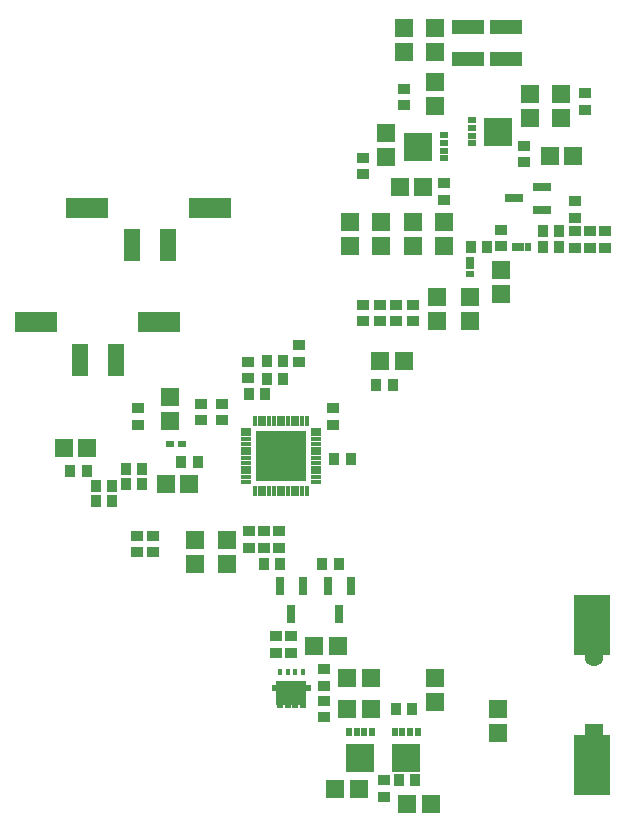
<source format=gts>
G04*
G04 #@! TF.GenerationSoftware,Altium Limited,Altium Designer,21.5.1 (32)*
G04*
G04 Layer_Color=8388736*
%FSLAX25Y25*%
%MOIN*%
G70*
G04*
G04 #@! TF.SameCoordinates,2E9B8284-547C-4E19-95EE-4D62FF0F2C7F*
G04*
G04*
G04 #@! TF.FilePolarity,Negative*
G04*
G01*
G75*
%ADD16R,0.01778X0.02368*%
%ADD17R,0.01896X0.02093*%
%ADD18R,0.10046X0.08195*%
%ADD19R,0.01975X0.01581*%
%ADD20R,0.16935X0.16935*%
G04:AMPARAMS|DCode=21|XSize=35.89mil|YSize=12.66mil|CornerRadius=3.08mil|HoleSize=0mil|Usage=FLASHONLY|Rotation=0.000|XOffset=0mil|YOffset=0mil|HoleType=Round|Shape=RoundedRectangle|*
%AMROUNDEDRECTD21*
21,1,0.03589,0.00650,0,0,0.0*
21,1,0.02972,0.01266,0,0,0.0*
1,1,0.00617,0.01486,-0.00325*
1,1,0.00617,-0.01486,-0.00325*
1,1,0.00617,-0.01486,0.00325*
1,1,0.00617,0.01486,0.00325*
%
%ADD21ROUNDEDRECTD21*%
G04:AMPARAMS|DCode=22|XSize=35.89mil|YSize=12.66mil|CornerRadius=3.08mil|HoleSize=0mil|Usage=FLASHONLY|Rotation=90.000|XOffset=0mil|YOffset=0mil|HoleType=Round|Shape=RoundedRectangle|*
%AMROUNDEDRECTD22*
21,1,0.03589,0.00650,0,0,90.0*
21,1,0.02972,0.01266,0,0,90.0*
1,1,0.00617,0.00325,0.01486*
1,1,0.00617,0.00325,-0.01486*
1,1,0.00617,-0.00325,-0.01486*
1,1,0.00617,-0.00325,0.01486*
%
%ADD22ROUNDEDRECTD22*%
%ADD23R,0.02054X0.03156*%
%ADD24R,0.09731X0.09258*%
%ADD25R,0.03156X0.02054*%
%ADD26R,0.09258X0.09731*%
%ADD27R,0.13983X0.07093*%
%ADD28R,0.05518X0.10636*%
%ADD29R,0.01916X0.03117*%
%ADD30R,0.04475X0.03117*%
%ADD31R,0.03117X0.01916*%
%ADD32R,0.03117X0.04475*%
%ADD33R,0.10636X0.04731*%
%ADD34R,0.03550X0.03943*%
%ADD35R,0.05912X0.06306*%
%ADD36R,0.03943X0.03550*%
%ADD37R,0.02762X0.02368*%
%ADD38R,0.06306X0.05912*%
%ADD39R,0.12211X0.20085*%
%ADD40R,0.02762X0.06109*%
%ADD41R,0.06109X0.02762*%
%ADD42R,0.06306X0.06306*%
%ADD43C,0.06306*%
D16*
X405780Y232929D02*
D03*
X403221D02*
D03*
X408339D02*
D03*
X400661D02*
D03*
D17*
X410071Y227417D02*
D03*
X398929D02*
D03*
D18*
X404500Y226000D02*
D03*
D19*
X405780Y221512D02*
D03*
X408339D02*
D03*
X403221D02*
D03*
X400661D02*
D03*
D20*
X401000Y305000D02*
D03*
D21*
X412614Y313661D02*
D03*
Y312087D02*
D03*
Y310512D02*
D03*
Y308937D02*
D03*
Y307362D02*
D03*
Y305787D02*
D03*
Y304213D02*
D03*
Y302638D02*
D03*
Y301063D02*
D03*
Y299488D02*
D03*
Y297913D02*
D03*
Y296339D02*
D03*
X389386D02*
D03*
Y297913D02*
D03*
Y299488D02*
D03*
Y301063D02*
D03*
Y302638D02*
D03*
Y304213D02*
D03*
Y305787D02*
D03*
Y307362D02*
D03*
Y308937D02*
D03*
Y310512D02*
D03*
Y312087D02*
D03*
Y313661D02*
D03*
D22*
X392339Y316614D02*
D03*
X393913D02*
D03*
X395488D02*
D03*
X397063D02*
D03*
X398638D02*
D03*
X400213D02*
D03*
X401787D02*
D03*
X403362D02*
D03*
X404937D02*
D03*
X406512D02*
D03*
X408087D02*
D03*
X409661D02*
D03*
Y293386D02*
D03*
X408087D02*
D03*
X406512D02*
D03*
X404937D02*
D03*
X403362D02*
D03*
X401787D02*
D03*
X400213D02*
D03*
X398638D02*
D03*
X397063D02*
D03*
X395488D02*
D03*
X393913D02*
D03*
X392339D02*
D03*
D23*
X446559Y213000D02*
D03*
X444000Y213000D02*
D03*
X441441D02*
D03*
X438882D02*
D03*
X431339Y212906D02*
D03*
X428780Y212906D02*
D03*
X426221D02*
D03*
X423661D02*
D03*
D24*
X442720Y204240D02*
D03*
X427500Y204146D02*
D03*
D25*
X464595Y416839D02*
D03*
X464594Y414280D02*
D03*
Y411721D02*
D03*
Y409161D02*
D03*
X455406Y404161D02*
D03*
X455406Y406720D02*
D03*
Y409279D02*
D03*
Y411839D02*
D03*
D26*
X473354Y413000D02*
D03*
X446646Y408000D02*
D03*
D27*
X336529Y387701D02*
D03*
X377514D02*
D03*
X319327Y349598D02*
D03*
X360311D02*
D03*
D28*
X351391Y375103D02*
D03*
X363203D02*
D03*
X334189Y337000D02*
D03*
X346000D02*
D03*
D29*
X483500Y374500D02*
D03*
D30*
X479910D02*
D03*
D31*
X464000Y365500D02*
D03*
D32*
Y369091D02*
D03*
D33*
X463500Y437185D02*
D03*
Y447815D02*
D03*
X476000Y437185D02*
D03*
Y447815D02*
D03*
D34*
X344756Y290000D02*
D03*
X339244D02*
D03*
X432744Y328500D02*
D03*
X438256D02*
D03*
X418744Y304000D02*
D03*
X424256D02*
D03*
X373256Y303000D02*
D03*
X367744D02*
D03*
X400756Y269000D02*
D03*
X395244D02*
D03*
X439244Y220500D02*
D03*
X444756D02*
D03*
X414744Y269000D02*
D03*
X420256D02*
D03*
X445756Y197000D02*
D03*
X440244D02*
D03*
X469756Y374500D02*
D03*
X464244D02*
D03*
X488244D02*
D03*
X493756D02*
D03*
X401756Y336500D02*
D03*
X396244D02*
D03*
X336256Y300000D02*
D03*
X330744D02*
D03*
X354756Y295500D02*
D03*
X349244D02*
D03*
Y300500D02*
D03*
X354756D02*
D03*
X488244Y380000D02*
D03*
X493756D02*
D03*
X401756Y330500D02*
D03*
X396244D02*
D03*
X344756Y295000D02*
D03*
X339244D02*
D03*
X395756Y325500D02*
D03*
X390244D02*
D03*
D35*
X434063Y336500D02*
D03*
X441937D02*
D03*
X370437Y295500D02*
D03*
X362563D02*
D03*
X430937Y231000D02*
D03*
X423063D02*
D03*
X430937Y220500D02*
D03*
X423063D02*
D03*
X419063Y194000D02*
D03*
X426937D02*
D03*
X443063Y189000D02*
D03*
X450937D02*
D03*
X419937Y241500D02*
D03*
X412063D02*
D03*
X490563Y405000D02*
D03*
X498437D02*
D03*
X448437Y394500D02*
D03*
X440563D02*
D03*
X328563Y307500D02*
D03*
X336437D02*
D03*
D36*
X353000Y272744D02*
D03*
Y278256D02*
D03*
X404500Y239244D02*
D03*
Y244756D02*
D03*
X399500Y244756D02*
D03*
Y239244D02*
D03*
X415500Y217744D02*
D03*
Y223256D02*
D03*
Y228244D02*
D03*
Y233756D02*
D03*
X435500Y191244D02*
D03*
Y196756D02*
D03*
X407000Y341756D02*
D03*
Y336244D02*
D03*
X418500Y320756D02*
D03*
Y315244D02*
D03*
X455500Y395756D02*
D03*
Y390244D02*
D03*
X439500Y355256D02*
D03*
Y349744D02*
D03*
X434000Y349744D02*
D03*
Y355256D02*
D03*
X474500Y374744D02*
D03*
Y380256D02*
D03*
X509000Y379756D02*
D03*
Y374244D02*
D03*
X504000Y379756D02*
D03*
Y374244D02*
D03*
X499000D02*
D03*
Y379756D02*
D03*
X374500Y316744D02*
D03*
Y322256D02*
D03*
X428500Y398744D02*
D03*
Y404256D02*
D03*
X381500Y322256D02*
D03*
Y316744D02*
D03*
X353500Y315244D02*
D03*
Y320756D02*
D03*
X358500Y272744D02*
D03*
Y278256D02*
D03*
X502500Y420244D02*
D03*
Y425756D02*
D03*
X445000Y355256D02*
D03*
Y349744D02*
D03*
X499000Y389756D02*
D03*
Y384244D02*
D03*
X442000Y421744D02*
D03*
Y427256D02*
D03*
X428500Y349744D02*
D03*
Y355256D02*
D03*
X390000Y330744D02*
D03*
Y336256D02*
D03*
X395500Y274244D02*
D03*
Y279756D02*
D03*
X390500Y274244D02*
D03*
Y279756D02*
D03*
X400500Y274244D02*
D03*
Y279756D02*
D03*
X482000Y408256D02*
D03*
Y402744D02*
D03*
D37*
X364032Y309000D02*
D03*
X367969D02*
D03*
D38*
X473500Y220437D02*
D03*
Y212563D02*
D03*
X383000Y269063D02*
D03*
Y276937D02*
D03*
X372500Y269063D02*
D03*
Y276937D02*
D03*
X452500Y223063D02*
D03*
Y230937D02*
D03*
X484000Y425437D02*
D03*
Y417563D02*
D03*
X436000Y404563D02*
D03*
Y412437D02*
D03*
X494500Y425437D02*
D03*
Y417563D02*
D03*
X455500Y382937D02*
D03*
Y375063D02*
D03*
X434500Y382937D02*
D03*
Y375063D02*
D03*
X424000Y382937D02*
D03*
Y375063D02*
D03*
X474500Y359063D02*
D03*
Y366937D02*
D03*
X445000Y382937D02*
D03*
Y375063D02*
D03*
X452500Y429437D02*
D03*
Y421563D02*
D03*
X442000Y439563D02*
D03*
Y447437D02*
D03*
X452500Y439563D02*
D03*
Y447437D02*
D03*
X464000Y350063D02*
D03*
Y357937D02*
D03*
X453000Y357937D02*
D03*
Y350063D02*
D03*
X364000Y324437D02*
D03*
Y316563D02*
D03*
D39*
X504555Y201976D02*
D03*
Y248433D02*
D03*
D40*
X408240Y261626D02*
D03*
X400760D02*
D03*
X404500Y252374D02*
D03*
X420500Y252374D02*
D03*
X416760Y261626D02*
D03*
X424240D02*
D03*
D41*
X478748Y390740D02*
D03*
X488000Y394480D02*
D03*
Y387000D02*
D03*
D42*
X505500Y212409D02*
D03*
D43*
Y238000D02*
D03*
M02*

</source>
